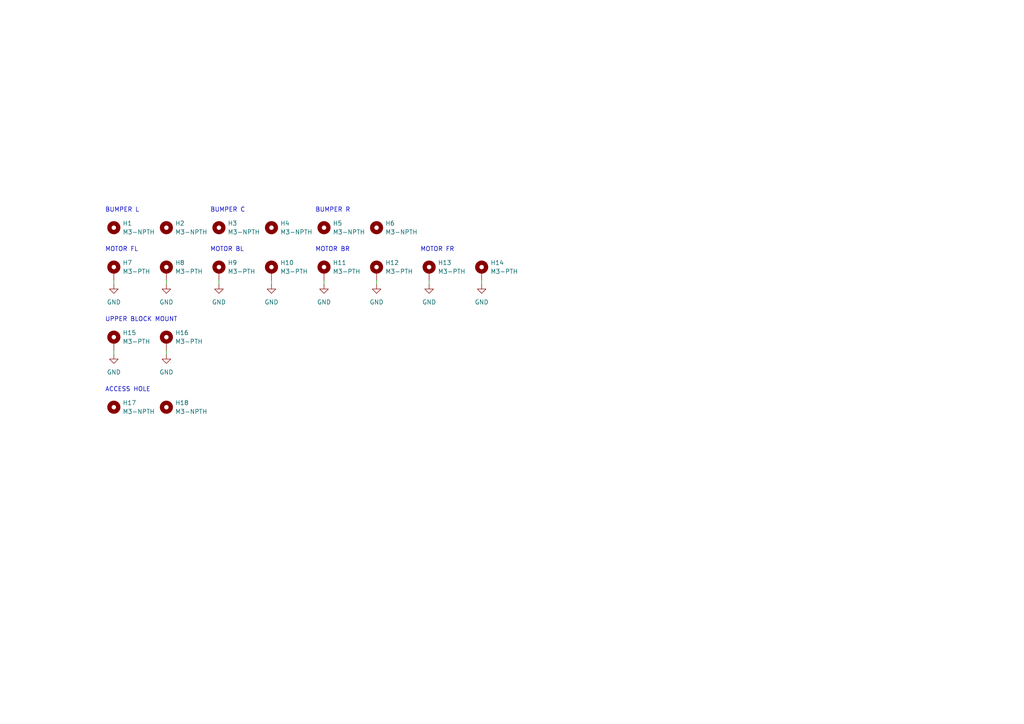
<source format=kicad_sch>
(kicad_sch (version 20231120) (generator "eeschema") (generator_version "8.0")
  (paper "A4")
  (lib_symbols
    (symbol "Mechanical:MountingHole" (pin_names (offset 1.016)) (exclude_from_sim yes) (in_bom no)
      (property "Reference" "H" (at 0 5.08 0))
      (property "Value" "MountingHole" (at 0 3.175 0))
      (symbol "MountingHole_0_1"
        (circle (center 0 0) (radius 1.27) (stroke (width 1.27)))
      )
    )
    (symbol "Mechanical:MountingHole_Pad" (pin_numbers hide) (pin_names (offset 1.016) hide) (exclude_from_sim yes) (in_bom no)
      (property "Reference" "H" (at 0 6.35 0))
      (property "Value" "MountingHole_Pad" (at 0 4.445 0))
      (symbol "MountingHole_Pad_0_1"
        (circle (center 0 1.27) (radius 1.27) (stroke (width 1.27)))
      )
      (symbol "MountingHole_Pad_1_1"
        (pin input line (at 0 -2.54 90) (length 2.54) (name "1") (number "1"))
      )
    )
    (symbol "power:GND" (power) (pin_numbers hide) (pin_names (offset 0) hide)
      (property "Value" "GND" (at 0 -3.81 0))
      (symbol "GND_0_1"
        (polyline (pts (xy 0 0) (xy 0 -1.27) (xy 1.27 -1.27) (xy 0 -2.54) (xy -1.27 -1.27) (xy 0 -1.27)))
      )
      (symbol "GND_1_1"
        (pin power_in line (at 0 0 270) (length 0) (name "~") (number "1"))
      )
    )
  )
  (wire (pts (xy 124.46 82.55) (xy 124.46 81.28)))
  (wire (pts (xy 93.98 82.55) (xy 93.98 81.28)))
  (wire (pts (xy 63.5 82.55) (xy 63.5 81.28)))
  (wire (pts (xy 33.02 82.55) (xy 33.02 81.28)))
  (wire (pts (xy 48.26 102.87) (xy 48.26 101.6)))
  (wire (pts (xy 33.02 102.87) (xy 33.02 101.6)))
  (wire (pts (xy 139.7 82.55) (xy 139.7 81.28)))
  (wire (pts (xy 78.74 82.55) (xy 78.74 81.28)))
  (wire (pts (xy 109.22 82.55) (xy 109.22 81.28)))
  (wire (pts (xy 48.26 82.55) (xy 48.26 81.28)))
  (text "MOTOR FL" (at 30.48 72.39 0) (effects (font (size 1.27 1.27)) (justify left)))
  (text "ACCESS HOLE" (at 30.48 113.03 0) (effects (font (size 1.27 1.27)) (justify left)))
  (text "MOTOR FR" (at 121.92 72.39 0) (effects (font (size 1.27 1.27)) (justify left)))
  (text "BUMPER C" (at 60.96 60.96 0) (effects (font (size 1.27 1.27)) (justify left)))
  (text "MOTOR BR" (at 91.44 72.39 0) (effects (font (size 1.27 1.27)) (justify left)))
  (text "BUMPER L" (at 30.48 60.96 0) (effects (font (size 1.27 1.27)) (justify left)))
  (text "UPPER BLOCK MOUNT" (at 30.48 92.71 0) (effects (font (size 1.27 1.27)) (justify left)))
  (text "MOTOR BL" (at 60.96 72.39 0) (effects (font (size 1.27 1.27)) (justify left)))
  (text "BUMPER R" (at 91.44 60.96 0) (effects (font (size 1.27 1.27)) (justify left)))
  (symbol (lib_id "Mechanical:MountingHole_Pad") (at 33.02 99.06 0) (unit 1) (exclude_from_sim yes) (in_bom no)
    (property "Reference" "H15" (at 35.56 96.5199 0) (effects (justify left)))
    (property "Value" "M3-PTH" (at 35.56 99.0599 0) (effects (justify left)))
    (property "Footprint" "MountingHole:MountingHole_3.2mm_M3_Pad" (effects (hide yes)))
    (property "Description" "Mounting Hole with connection" (effects (hide yes)))
  )
  (symbol (lib_id "Mechanical:MountingHole") (at 63.5 66.04 0) (unit 1) (exclude_from_sim yes) (in_bom no)
    (property "Reference" "H3" (at 66.04 64.7699 0) (effects (justify left)))
    (property "Value" "M3-NPTH" (at 66.04 67.3099 0) (effects (justify left)))
    (property "Footprint" "MountingHole:MountingHole_3.2mm_M3" (effects (hide yes)))
    (property "Description" "Mounting Hole without connection" (effects (hide yes)))
  )
  (symbol (lib_id "power:GND") (at 109.22 82.55 0) (unit 1)
    (property "Reference" "#PWR6" (effects (hide yes)))
    (property "Value" "GND" (at 109.22 87.63 0))
    (property "Description" "Power symbol creates a global label with name \"GND\" , ground" (effects (hide yes)))
  )
  (symbol (lib_id "Mechanical:MountingHole") (at 93.98 66.04 0) (unit 1) (exclude_from_sim yes) (in_bom no)
    (property "Reference" "H5" (at 96.52 64.7699 0) (effects (justify left)))
    (property "Value" "M3-NPTH" (at 96.52 67.3099 0) (effects (justify left)))
    (property "Footprint" "MountingHole:MountingHole_3.2mm_M3" (effects (hide yes)))
    (property "Description" "Mounting Hole without connection" (effects (hide yes)))
  )
  (symbol (lib_id "Mechanical:MountingHole_Pad") (at 78.74 78.74 0) (unit 1) (exclude_from_sim yes) (in_bom no)
    (property "Reference" "H10" (at 81.28 76.1999 0) (effects (justify left)))
    (property "Value" "M3-PTH" (at 81.28 78.7399 0) (effects (justify left)))
    (property "Footprint" "MountingHole:MountingHole_3.2mm_M3_Pad" (effects (hide yes)))
    (property "Description" "Mounting Hole with connection" (effects (hide yes)))
  )
  (symbol (lib_id "Mechanical:MountingHole_Pad") (at 93.98 78.74 0) (unit 1) (exclude_from_sim yes) (in_bom no)
    (property "Reference" "H11" (at 96.52 76.1999 0) (effects (justify left)))
    (property "Value" "M3-PTH" (at 96.52 78.7399 0) (effects (justify left)))
    (property "Footprint" "MountingHole:MountingHole_3.2mm_M3_Pad" (effects (hide yes)))
    (property "Description" "Mounting Hole with connection" (effects (hide yes)))
  )
  (symbol (lib_id "power:GND") (at 48.26 82.55 0) (unit 1)
    (property "Reference" "#PWR2" (effects (hide yes)))
    (property "Value" "GND" (at 48.26 87.63 0))
    (property "Description" "Power symbol creates a global label with name \"GND\" , ground" (effects (hide yes)))
  )
  (symbol (lib_id "power:GND") (at 124.46 82.55 0) (unit 1)
    (property "Reference" "#PWR7" (effects (hide yes)))
    (property "Value" "GND" (at 124.46 87.63 0))
    (property "Description" "Power symbol creates a global label with name \"GND\" , ground" (effects (hide yes)))
  )
  (symbol (lib_id "power:GND") (at 63.5 82.55 0) (unit 1)
    (property "Reference" "#PWR3" (effects (hide yes)))
    (property "Value" "GND" (at 63.5 87.63 0))
    (property "Description" "Power symbol creates a global label with name \"GND\" , ground" (effects (hide yes)))
  )
  (symbol (lib_id "power:GND") (at 33.02 102.87 0) (unit 1)
    (property "Reference" "#PWR9" (effects (hide yes)))
    (property "Value" "GND" (at 33.02 107.95 0))
    (property "Description" "Power symbol creates a global label with name \"GND\" , ground" (effects (hide yes)))
  )
  (symbol (lib_id "Mechanical:MountingHole_Pad") (at 109.22 78.74 0) (unit 1) (exclude_from_sim yes) (in_bom no)
    (property "Reference" "H12" (at 111.76 76.1999 0) (effects (justify left)))
    (property "Value" "M3-PTH" (at 111.76 78.7399 0) (effects (justify left)))
    (property "Footprint" "MountingHole:MountingHole_3.2mm_M3_Pad" (effects (hide yes)))
    (property "Description" "Mounting Hole with connection" (effects (hide yes)))
  )
  (symbol (lib_id "power:GND") (at 33.02 82.55 0) (unit 1)
    (property "Reference" "#PWR1" (effects (hide yes)))
    (property "Value" "GND" (at 33.02 87.63 0))
    (property "Description" "Power symbol creates a global label with name \"GND\" , ground" (effects (hide yes)))
  )
  (symbol (lib_id "Mechanical:MountingHole") (at 109.22 66.04 0) (unit 1) (exclude_from_sim yes) (in_bom no)
    (property "Reference" "H6" (at 111.76 64.7699 0) (effects (justify left)))
    (property "Value" "M3-NPTH" (at 111.76 67.3099 0) (effects (justify left)))
    (property "Footprint" "MountingHole:MountingHole_3.2mm_M3" (effects (hide yes)))
    (property "Description" "Mounting Hole without connection" (effects (hide yes)))
  )
  (symbol (lib_id "power:GND") (at 139.7 82.55 0) (unit 1)
    (property "Reference" "#PWR8" (effects (hide yes)))
    (property "Value" "GND" (at 139.7 87.63 0))
    (property "Description" "Power symbol creates a global label with name \"GND\" , ground" (effects (hide yes)))
  )
  (symbol (lib_id "Mechanical:MountingHole_Pad") (at 48.26 78.74 0) (unit 1) (exclude_from_sim yes) (in_bom no)
    (property "Reference" "H8" (at 50.8 76.1999 0) (effects (justify left)))
    (property "Value" "M3-PTH" (at 50.8 78.7399 0) (effects (justify left)))
    (property "Footprint" "MountingHole:MountingHole_3.2mm_M3_Pad" (effects (hide yes)))
    (property "Description" "Mounting Hole with connection" (effects (hide yes)))
  )
  (symbol (lib_id "power:GND") (at 78.74 82.55 0) (unit 1)
    (property "Reference" "#PWR4" (effects (hide yes)))
    (property "Value" "GND" (at 78.74 87.63 0))
    (property "Description" "Power symbol creates a global label with name \"GND\" , ground" (effects (hide yes)))
  )
  (symbol (lib_id "Mechanical:MountingHole_Pad") (at 48.26 99.06 0) (unit 1) (exclude_from_sim yes) (in_bom no)
    (property "Reference" "H16" (at 50.8 96.5199 0) (effects (justify left)))
    (property "Value" "M3-PTH" (at 50.8 99.0599 0) (effects (justify left)))
    (property "Footprint" "MountingHole:MountingHole_3.2mm_M3_Pad" (effects (hide yes)))
    (property "Description" "Mounting Hole with connection" (effects (hide yes)))
  )
  (symbol (lib_id "Mechanical:MountingHole") (at 33.02 66.04 0) (unit 1) (exclude_from_sim yes) (in_bom no)
    (property "Reference" "H1" (at 35.56 64.7699 0) (effects (justify left)))
    (property "Value" "M3-NPTH" (at 35.56 67.3099 0) (effects (justify left)))
    (property "Footprint" "MountingHole:MountingHole_3.2mm_M3" (effects (hide yes)))
    (property "Description" "Mounting Hole without connection" (effects (hide yes)))
  )
  (symbol (lib_id "Mechanical:MountingHole") (at 78.74 66.04 0) (unit 1) (exclude_from_sim yes) (in_bom no)
    (property "Reference" "H4" (at 81.28 64.7699 0) (effects (justify left)))
    (property "Value" "M3-NPTH" (at 81.28 67.3099 0) (effects (justify left)))
    (property "Footprint" "MountingHole:MountingHole_3.2mm_M3" (effects (hide yes)))
    (property "Description" "Mounting Hole without connection" (effects (hide yes)))
  )
  (symbol (lib_id "power:GND") (at 48.26 102.87 0) (unit 1)
    (property "Reference" "#PWR10" (effects (hide yes)))
    (property "Value" "GND" (at 48.26 107.95 0))
    (property "Description" "Power symbol creates a global label with name \"GND\" , ground" (effects (hide yes)))
  )
  (symbol (lib_id "Mechanical:MountingHole_Pad") (at 63.5 78.74 0) (unit 1) (exclude_from_sim yes) (in_bom no)
    (property "Reference" "H9" (at 66.04 76.1999 0) (effects (justify left)))
    (property "Value" "M3-PTH" (at 66.04 78.7399 0) (effects (justify left)))
    (property "Footprint" "MountingHole:MountingHole_3.2mm_M3_Pad" (effects (hide yes)))
    (property "Description" "Mounting Hole with connection" (effects (hide yes)))
  )
  (symbol (lib_id "Mechanical:MountingHole_Pad") (at 139.7 78.74 0) (unit 1) (exclude_from_sim yes) (in_bom no)
    (property "Reference" "H14" (at 142.24 76.1999 0) (effects (justify left)))
    (property "Value" "M3-PTH" (at 142.24 78.7399 0) (effects (justify left)))
    (property "Footprint" "MountingHole:MountingHole_3.2mm_M3_Pad" (effects (hide yes)))
    (property "Description" "Mounting Hole with connection" (effects (hide yes)))
  )
  (symbol (lib_id "Mechanical:MountingHole") (at 48.26 118.11 0) (unit 1) (exclude_from_sim yes) (in_bom no)
    (property "Reference" "H18" (at 50.8 116.8399 0) (effects (justify left)))
    (property "Value" "M3-NPTH" (at 50.8 119.3799 0) (effects (justify left)))
    (property "Footprint" "MountingHole:MountingHole_3.2mm_M3" (effects (hide yes)))
    (property "Description" "Mounting Hole without connection" (effects (hide yes)))
  )
  (symbol (lib_id "power:GND") (at 93.98 82.55 0) (unit 1)
    (property "Reference" "#PWR5" (effects (hide yes)))
    (property "Value" "GND" (at 93.98 87.63 0))
    (property "Description" "Power symbol creates a global label with name \"GND\" , ground" (effects (hide yes)))
  )
  (symbol (lib_id "Mechanical:MountingHole_Pad") (at 124.46 78.74 0) (unit 1) (exclude_from_sim yes) (in_bom no)
    (property "Reference" "H13" (at 127 76.1999 0) (effects (justify left)))
    (property "Value" "M3-PTH" (at 127 78.7399 0) (effects (justify left)))
    (property "Footprint" "MountingHole:MountingHole_3.2mm_M3_Pad" (effects (hide yes)))
    (property "Description" "Mounting Hole with connection" (effects (hide yes)))
  )
  (symbol (lib_id "Mechanical:MountingHole") (at 33.02 118.11 0) (unit 1) (exclude_from_sim yes) (in_bom no)
    (property "Reference" "H17" (at 35.56 116.8399 0) (effects (justify left)))
    (property "Value" "M3-NPTH" (at 35.56 119.3799 0) (effects (justify left)))
    (property "Footprint" "MountingHole:MountingHole_3.2mm_M3" (effects (hide yes)))
    (property "Description" "Mounting Hole without connection" (effects (hide yes)))
  )
  (symbol (lib_id "Mechanical:MountingHole_Pad") (at 33.02 78.74 0) (unit 1) (exclude_from_sim yes) (in_bom no)
    (property "Reference" "H7" (at 35.56 76.1999 0) (effects (justify left)))
    (property "Value" "M3-PTH" (at 35.56 78.7399 0) (effects (justify left)))
    (property "Footprint" "MountingHole:MountingHole_3.2mm_M3_Pad" (effects (hide yes)))
    (property "Description" "Mounting Hole with connection" (effects (hide yes)))
  )
  (symbol (lib_id "Mechanical:MountingHole") (at 48.26 66.04 0) (unit 1) (exclude_from_sim yes) (in_bom no)
    (property "Reference" "H2" (at 50.8 64.7699 0) (effects (justify left)))
    (property "Value" "M3-NPTH" (at 50.8 67.3099 0) (effects (justify left)))
    (property "Footprint" "MountingHole:MountingHole_3.2mm_M3" (effects (hide yes)))
    (property "Description" "Mounting Hole without connection" (effects (hide yes)))
  )
)
</source>
